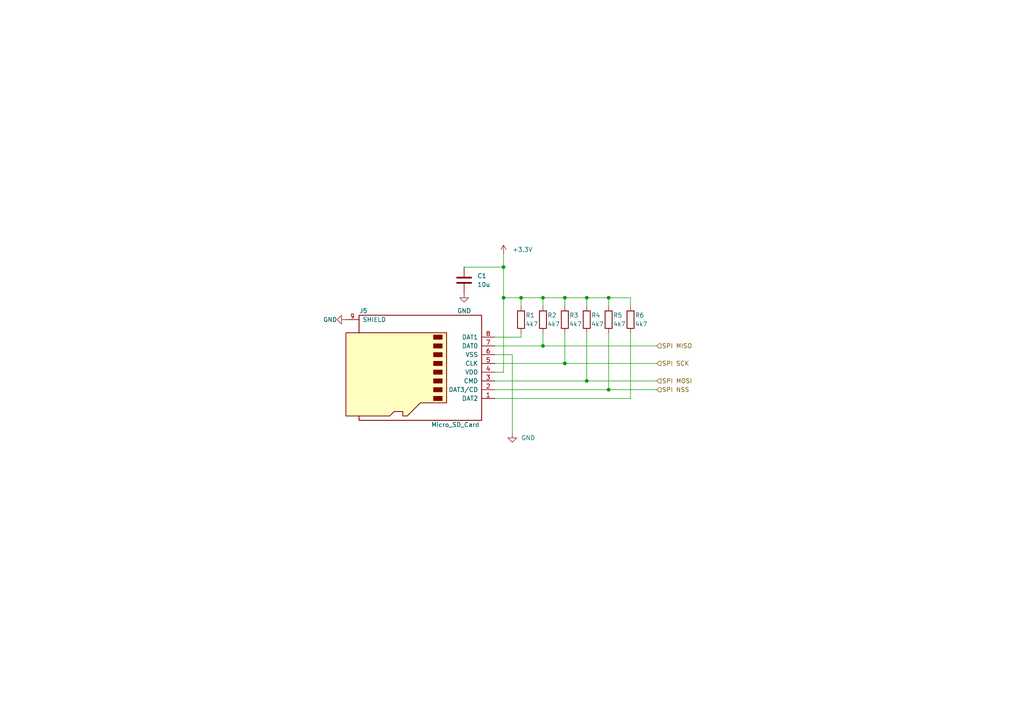
<source format=kicad_sch>
(kicad_sch (version 20231120) (generator "eeschema") (generator_version "8.0")
  (paper "A4")
  (title_block (title "Micro SD Card Connector") (date "2024-05-29") (rev "V10") (comment 1 "22619291") (comment 2 "DP Theron"))
  (lib_symbols
    (symbol "Connector:Micro_SD_Card" (pin_names (offset 1.016))
      (property "Reference" "J" (at -16.51 15.24 0))
      (property "Value" "Micro_SD_Card" (at 16.51 15.24 0))
      (symbol "Micro_SD_Card_0_1"
        (rectangle (start -7.62 -9.525) (end -5.08 -10.795) (fill (type outline)))
        (rectangle (start -7.62 -6.985) (end -5.08 -8.255) (fill (type outline)))
        (rectangle (start -7.62 -4.445) (end -5.08 -5.715) (fill (type outline)))
        (rectangle (start -7.62 -1.905) (end -5.08 -3.175) (fill (type outline)))
        (rectangle (start -7.62 0.635) (end -5.08 -0.635) (fill (type outline)))
        (rectangle (start -7.62 3.175) (end -5.08 1.905) (fill (type outline)))
        (rectangle (start -7.62 5.715) (end -5.08 4.445) (fill (type outline)))
        (rectangle (start -7.62 8.255) (end -5.08 6.985) (fill (type outline)))
        (polyline (pts (xy 16.51 12.7) (xy 16.51 13.97) (xy -19.05 13.97) (xy -19.05 -16.51) (xy 16.51 -16.51) (xy 16.51 -11.43)) (stroke (width 0.254)))
        (polyline (pts (xy -8.89 -11.43) (xy -8.89 8.89) (xy -1.27 8.89) (xy 2.54 12.7) (xy 3.81 12.7) (xy 3.81 11.43) (xy 6.35 11.43) (xy 7.62 12.7) (xy 20.32 12.7) (xy 20.32 -11.43) (xy -8.89 -11.43)) (stroke (width 0.254)) (fill (type background)))
      )
      (symbol "Micro_SD_Card_1_1"
        (pin bidirectional line (at -22.86 7.62 0) (length 3.81) (name "DAT2") (number "1"))
        (pin bidirectional line (at -22.86 5.08 0) (length 3.81) (name "DAT3/CD") (number "2"))
        (pin input line (at -22.86 2.54 0) (length 3.81) (name "CMD") (number "3"))
        (pin power_in line (at -22.86 0 0) (length 3.81) (name "VDD") (number "4"))
        (pin input line (at -22.86 -2.54 0) (length 3.81) (name "CLK") (number "5"))
        (pin power_in line (at -22.86 -5.08 0) (length 3.81) (name "VSS") (number "6"))
        (pin bidirectional line (at -22.86 -7.62 0) (length 3.81) (name "DAT0") (number "7"))
        (pin bidirectional line (at -22.86 -10.16 0) (length 3.81) (name "DAT1") (number "8"))
        (pin passive line (at 20.32 -15.24 180) (length 3.81) (name "SHIELD") (number "9"))
      )
    )
    (symbol "Device:C" (pin_numbers hide) (pin_names (offset 0.254))
      (property "Reference" "C" (at 0.635 2.54 0))
      (property "Value" "C" (at 0.635 -2.54 0))
      (symbol "C_0_1"
        (polyline (pts (xy -2.032 -0.762) (xy 2.032 -0.762)) (stroke (width 0.508)))
        (polyline (pts (xy -2.032 0.762) (xy 2.032 0.762)) (stroke (width 0.508)))
      )
      (symbol "C_1_1"
        (pin passive line (at 0 3.81 270) (length 2.794) (name "~") (number "1"))
        (pin passive line (at 0 -3.81 90) (length 2.794) (name "~") (number "2"))
      )
    )
    (symbol "Device:R" (pin_numbers hide) (pin_names (offset 0))
      (property "Reference" "R" (at 2.032 0 90))
      (property "Value" "R" (at 0 0 90))
      (symbol "R_0_1"
        (rectangle (start -1.016 -2.54) (end 1.016 2.54) (stroke (width 0.254)))
      )
      (symbol "R_1_1"
        (pin passive line (at 0 3.81 270) (length 1.27) (name "~") (number "1"))
        (pin passive line (at 0 -3.81 90) (length 1.27) (name "~") (number "2"))
      )
    )
    (symbol "GND_1" (power) (pin_numbers hide) (pin_names (offset 0) hide)
      (property "Value" "GND" (at 0 -3.81 0))
      (symbol "GND_1_0_1"
        (polyline (pts (xy 0 0) (xy 0 -1.27) (xy 1.27 -1.27) (xy 0 -2.54) (xy -1.27 -1.27) (xy 0 -1.27)))
      )
      (symbol "GND_1_1_1"
        (pin power_in line (at 0 0 270) (length 0) (name "~") (number "1"))
      )
    )
    (symbol "power:+3.3V" (power) (pin_names (offset 0))
      (property "Value" "+3.3V" (at 0 3.556 0))
      (symbol "+3.3V_0_1"
        (polyline (pts (xy -0.762 1.27) (xy 0 2.54)))
        (polyline (pts (xy 0 0) (xy 0 2.54)))
        (polyline (pts (xy 0 2.54) (xy 0.762 1.27)))
      )
      (symbol "+3.3V_1_1"
        (pin power_in line (at 0 0 90) (length 0) hide (name "+3.3V") (number "1"))
      )
    )
    (symbol "power:GND" (power) (pin_names (offset 0))
      (property "Value" "GND" (at 0 -3.81 0))
      (symbol "GND_0_1"
        (polyline (pts (xy 0 0) (xy 0 -1.27) (xy 1.27 -1.27) (xy 0 -2.54) (xy -1.27 -1.27) (xy 0 -1.27)))
      )
      (symbol "GND_1_1"
        (pin power_in line (at 0 0 270) (length 0) hide (name "GND") (number "1"))
      )
    )
  )
  (junction (at 146.05 77.47))
  (junction (at 157.48 86.36))
  (junction (at 170.18 110.49))
  (junction (at 163.83 105.41))
  (junction (at 170.18 86.36))
  (junction (at 151.13 86.36))
  (junction (at 163.83 86.36))
  (junction (at 157.48 100.33))
  (junction (at 176.53 113.03))
  (junction (at 176.53 86.36))
  (junction (at 146.05 86.36))
  (wire (pts (xy 176.53 86.36) (xy 176.53 88.9)))
  (wire (pts (xy 143.51 97.79) (xy 151.13 97.79)))
  (wire (pts (xy 151.13 97.79) (xy 151.13 96.52)))
  (wire (pts (xy 151.13 86.36) (xy 157.48 86.36)))
  (wire (pts (xy 176.53 96.52) (xy 176.53 113.03)))
  (wire (pts (xy 148.59 102.87) (xy 143.51 102.87)))
  (wire (pts (xy 163.83 96.52) (xy 163.83 105.41)))
  (wire (pts (xy 170.18 86.36) (xy 170.18 88.9)))
  (wire (pts (xy 176.53 86.36) (xy 182.88 86.36)))
  (wire (pts (xy 190.5 113.03) (xy 176.53 113.03)))
  (wire (pts (xy 157.48 100.33) (xy 143.51 100.33)))
  (wire (pts (xy 170.18 110.49) (xy 143.51 110.49)))
  (wire (pts (xy 163.83 86.36) (xy 163.83 88.9)))
  (wire (pts (xy 148.59 102.87) (xy 148.59 125.73)))
  (wire (pts (xy 146.05 77.47) (xy 146.05 86.36)))
  (wire (pts (xy 190.5 105.41) (xy 163.83 105.41)))
  (wire (pts (xy 151.13 86.36) (xy 146.05 86.36)))
  (wire (pts (xy 143.51 115.57) (xy 182.88 115.57)))
  (wire (pts (xy 170.18 86.36) (xy 176.53 86.36)))
  (wire (pts (xy 146.05 107.95) (xy 143.51 107.95)))
  (wire (pts (xy 163.83 86.36) (xy 170.18 86.36)))
  (wire (pts (xy 170.18 110.49) (xy 190.5 110.49)))
  (wire (pts (xy 182.88 86.36) (xy 182.88 88.9)))
  (wire (pts (xy 134.62 77.47) (xy 146.05 77.47)))
  (wire (pts (xy 157.48 86.36) (xy 163.83 86.36)))
  (wire (pts (xy 182.88 115.57) (xy 182.88 96.52)))
  (wire (pts (xy 170.18 96.52) (xy 170.18 110.49)))
  (wire (pts (xy 151.13 88.9) (xy 151.13 86.36)))
  (wire (pts (xy 157.48 96.52) (xy 157.48 100.33)))
  (wire (pts (xy 176.53 113.03) (xy 143.51 113.03)))
  (wire (pts (xy 157.48 86.36) (xy 157.48 88.9)))
  (wire (pts (xy 190.5 100.33) (xy 157.48 100.33)))
  (wire (pts (xy 146.05 73.66) (xy 146.05 77.47)))
  (wire (pts (xy 146.05 86.36) (xy 146.05 107.95)))
  (wire (pts (xy 163.83 105.41) (xy 143.51 105.41)))
  (hierarchical_label "SPI NSS" (shape input) (at 190.5 113.03 0))
  (hierarchical_label "SPI MOSI" (shape input) (at 190.5 110.49 0))
  (hierarchical_label "SPI MISO" (shape input) (at 190.5 100.33 0))
  (hierarchical_label "SPI SCK" (shape input) (at 190.5 105.41 0))
  (symbol (lib_id "Device:C") (at 134.62 81.28 0) (unit 1)
    (property "Reference" "C1" (at 138.43 80.0099 0) (effects (justify left)))
    (property "Value" "10u" (at 138.43 82.5499 0) (effects (justify left)))
    (property "Footprint" "Capacitor_SMD:C_0603_1608Metric" (effects (hide yes)))
    (property "JLCPCB #" "C668351" (effects (hide yes)))
  )
  (symbol (lib_id "Connector:Micro_SD_Card") (at 120.65 107.95 180) (unit 1)
    (property "Reference" "J5" (at 105.41 90.17 0))
    (property "Value" "Micro_SD_Card" (at 132.08 123.19 0))
    (property "Footprint" "Skripsie:microSD_HC_Hirose_DM3AT-SF-PEJM5" (effects (hide yes)))
    (property "JLCPCB #" "C114218" (effects (hide yes)))
  )
  (symbol (lib_id "Device:R") (at 151.13 92.71 0) (unit 1)
    (property "Reference" "R1" (at 152.4 91.44 0) (effects (justify left)))
    (property "Value" "4k7" (at 152.4 93.98 0) (effects (justify left)))
    (property "Footprint" "Resistor_SMD:R_0603_1608Metric" (effects (hide yes)))
    (property "JLCPCB #" "C25765" (effects (hide yes)))
  )
  (symbol (lib_name "GND_1") (lib_id "power:GND") (at 134.62 85.09 0) (unit 1)
    (property "Reference" "#PWR09" (effects (hide yes)))
    (property "Value" "GND" (at 134.62 90.17 0))
    (property "Description" "Power symbol creates a global label with name \"GND\" , ground" (effects (hide yes)))
  )
  (symbol (lib_id "power:+3.3V") (at 146.05 73.66 0) (unit 1)
    (property "Reference" "#PWR045" (effects (hide yes)))
    (property "Value" "+3.3V" (at 148.59 72.39 0) (effects (justify left)))
  )
  (symbol (lib_id "Device:R") (at 182.88 92.71 0) (unit 1)
    (property "Reference" "R6" (at 184.15 91.44 0) (effects (justify left)))
    (property "Value" "4k7" (at 184.15 93.98 0) (effects (justify left)))
    (property "Footprint" "Resistor_SMD:R_0603_1608Metric" (effects (hide yes)))
    (property "JLCPCB #" "C25765" (effects (hide yes)))
  )
  (symbol (lib_id "power:GND") (at 148.59 125.73 0) (unit 1)
    (property "Reference" "#PWR046" (effects (hide yes)))
    (property "Value" "GND" (at 151.13 127 0) (effects (justify left)))
  )
  (symbol (lib_id "power:GND") (at 100.33 92.71 270) (unit 1)
    (property "Reference" "#PWR044" (effects (hide yes)))
    (property "Value" "GND" (at 97.79 92.71 90) (effects (justify right)))
  )
  (symbol (lib_id "Device:R") (at 176.53 92.71 0) (unit 1)
    (property "Reference" "R5" (at 177.8 91.44 0) (effects (justify left)))
    (property "Value" "4k7" (at 177.8 93.98 0) (effects (justify left)))
    (property "Footprint" "Resistor_SMD:R_0603_1608Metric" (effects (hide yes)))
    (property "JLCPCB #" "C25765" (effects (hide yes)))
  )
  (symbol (lib_id "Device:R") (at 170.18 92.71 0) (unit 1)
    (property "Reference" "R4" (at 171.45 91.44 0) (effects (justify left)))
    (property "Value" "4k7" (at 171.45 93.98 0) (effects (justify left)))
    (property "Footprint" "Resistor_SMD:R_0603_1608Metric" (effects (hide yes)))
    (property "JLCPCB #" "C25765" (effects (hide yes)))
  )
  (symbol (lib_id "Device:R") (at 157.48 92.71 0) (unit 1)
    (property "Reference" "R2" (at 158.75 91.44 0) (effects (justify left)))
    (property "Value" "4k7" (at 158.75 93.98 0) (effects (justify left)))
    (property "Footprint" "Resistor_SMD:R_0603_1608Metric" (effects (hide yes)))
    (property "JLCPCB #" "C25765" (effects (hide yes)))
  )
  (symbol (lib_id "Device:R") (at 163.83 92.71 0) (unit 1)
    (property "Reference" "R3" (at 165.1 91.44 0) (effects (justify left)))
    (property "Value" "4k7" (at 165.1 93.98 0) (effects (justify left)))
    (property "Footprint" "Resistor_SMD:R_0603_1608Metric" (effects (hide yes)))
    (property "JLCPCB #" "C25765" (effects (hide yes)))
  )
)
</source>
